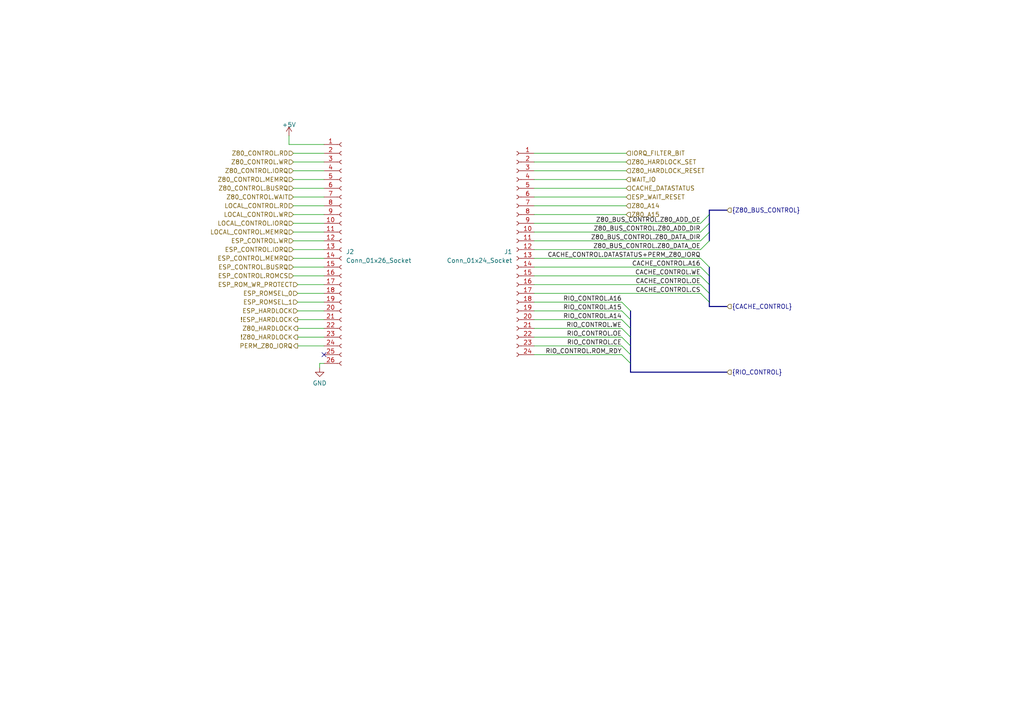
<source format=kicad_sch>
(kicad_sch (version 20230121) (generator eeschema)
  (paper "A4")
  (lib_symbols
    (symbol "Connector:Conn_01x24_Socket" (pin_names (offset 1.016) hide)
      (property "Reference" "J" (at 0 30.48 0))
      (property "Value" "Conn_01x24_Socket" (at 0 -33.02 0))
      (symbol "Conn_01x24_Socket_1_1"
        (arc (start 0 -29.972) (mid -0.5058 -30.48) (end 0 -30.988) (stroke (width 0.1524)))
        (arc (start 0 -27.432) (mid -0.5058 -27.94) (end 0 -28.448) (stroke (width 0.1524)))
        (arc (start 0 -24.892) (mid -0.5058 -25.4) (end 0 -25.908) (stroke (width 0.1524)))
        (arc (start 0 -22.352) (mid -0.5058 -22.86) (end 0 -23.368) (stroke (width 0.1524)))
        (arc (start 0 -19.812) (mid -0.5058 -20.32) (end 0 -20.828) (stroke (width 0.1524)))
        (arc (start 0 -17.272) (mid -0.5058 -17.78) (end 0 -18.288) (stroke (width 0.1524)))
        (arc (start 0 -14.732) (mid -0.5058 -15.24) (end 0 -15.748) (stroke (width 0.1524)))
        (arc (start 0 -12.192) (mid -0.5058 -12.7) (end 0 -13.208) (stroke (width 0.1524)))
        (arc (start 0 -9.652) (mid -0.5058 -10.16) (end 0 -10.668) (stroke (width 0.1524)))
        (arc (start 0 -7.112) (mid -0.5058 -7.62) (end 0 -8.128) (stroke (width 0.1524)))
        (arc (start 0 -4.572) (mid -0.5058 -5.08) (end 0 -5.588) (stroke (width 0.1524)))
        (arc (start 0 -2.032) (mid -0.5058 -2.54) (end 0 -3.048) (stroke (width 0.1524)))
        (polyline (pts (xy -1.27 -30.48) (xy -0.508 -30.48)) (stroke (width 0.1524)))
        (polyline (pts (xy -1.27 -27.94) (xy -0.508 -27.94)) (stroke (width 0.1524)))
        (polyline (pts (xy -1.27 -25.4) (xy -0.508 -25.4)) (stroke (width 0.1524)))
        (polyline (pts (xy -1.27 -22.86) (xy -0.508 -22.86)) (stroke (width 0.1524)))
        (polyline (pts (xy -1.27 -20.32) (xy -0.508 -20.32)) (stroke (width 0.1524)))
        (polyline (pts (xy -1.27 -17.78) (xy -0.508 -17.78)) (stroke (width 0.1524)))
        (polyline (pts (xy -1.27 -15.24) (xy -0.508 -15.24)) (stroke (width 0.1524)))
        (polyline (pts (xy -1.27 -12.7) (xy -0.508 -12.7)) (stroke (width 0.1524)))
        (polyline (pts (xy -1.27 -10.16) (xy -0.508 -10.16)) (stroke (width 0.1524)))
        (polyline (pts (xy -1.27 -7.62) (xy -0.508 -7.62)) (stroke (width 0.1524)))
        (polyline (pts (xy -1.27 -5.08) (xy -0.508 -5.08)) (stroke (width 0.1524)))
        (polyline (pts (xy -1.27 -2.54) (xy -0.508 -2.54)) (stroke (width 0.1524)))
        (polyline (pts (xy -1.27 0) (xy -0.508 0)) (stroke (width 0.1524)))
        (polyline (pts (xy -1.27 2.54) (xy -0.508 2.54)) (stroke (width 0.1524)))
        (polyline (pts (xy -1.27 5.08) (xy -0.508 5.08)) (stroke (width 0.1524)))
        (polyline (pts (xy -1.27 7.62) (xy -0.508 7.62)) (stroke (width 0.1524)))
        (polyline (pts (xy -1.27 10.16) (xy -0.508 10.16)) (stroke (width 0.1524)))
        (polyline (pts (xy -1.27 12.7) (xy -0.508 12.7)) (stroke (width 0.1524)))
        (polyline (pts (xy -1.27 15.24) (xy -0.508 15.24)) (stroke (width 0.1524)))
        (polyline (pts (xy -1.27 17.78) (xy -0.508 17.78)) (stroke (width 0.1524)))
        (polyline (pts (xy -1.27 20.32) (xy -0.508 20.32)) (stroke (width 0.1524)))
        (polyline (pts (xy -1.27 22.86) (xy -0.508 22.86)) (stroke (width 0.1524)))
        (polyline (pts (xy -1.27 25.4) (xy -0.508 25.4)) (stroke (width 0.1524)))
        (polyline (pts (xy -1.27 27.94) (xy -0.508 27.94)) (stroke (width 0.1524)))
        (arc (start 0 0.508) (mid -0.5058 0) (end 0 -0.508) (stroke (width 0.1524)))
        (arc (start 0 3.048) (mid -0.5058 2.54) (end 0 2.032) (stroke (width 0.1524)))
        (arc (start 0 5.588) (mid -0.5058 5.08) (end 0 4.572) (stroke (width 0.1524)))
        (arc (start 0 8.128) (mid -0.5058 7.62) (end 0 7.112) (stroke (width 0.1524)))
        (arc (start 0 10.668) (mid -0.5058 10.16) (end 0 9.652) (stroke (width 0.1524)))
        (arc (start 0 13.208) (mid -0.5058 12.7) (end 0 12.192) (stroke (width 0.1524)))
        (arc (start 0 15.748) (mid -0.5058 15.24) (end 0 14.732) (stroke (width 0.1524)))
        (arc (start 0 18.288) (mid -0.5058 17.78) (end 0 17.272) (stroke (width 0.1524)))
        (arc (start 0 20.828) (mid -0.5058 20.32) (end 0 19.812) (stroke (width 0.1524)))
        (arc (start 0 23.368) (mid -0.5058 22.86) (end 0 22.352) (stroke (width 0.1524)))
        (arc (start 0 25.908) (mid -0.5058 25.4) (end 0 24.892) (stroke (width 0.1524)))
        (arc (start 0 28.448) (mid -0.5058 27.94) (end 0 27.432) (stroke (width 0.1524)))
        (pin passive line (at -5.08 27.94 0) (length 3.81) (name "Pin_1") (number "1"))
        (pin passive line (at -5.08 5.08 0) (length 3.81) (name "Pin_10") (number "10"))
        (pin passive line (at -5.08 2.54 0) (length 3.81) (name "Pin_11") (number "11"))
        (pin passive line (at -5.08 0 0) (length 3.81) (name "Pin_12") (number "12"))
        (pin passive line (at -5.08 -2.54 0) (length 3.81) (name "Pin_13") (number "13"))
        (pin passive line (at -5.08 -5.08 0) (length 3.81) (name "Pin_14") (number "14"))
        (pin passive line (at -5.08 -7.62 0) (length 3.81) (name "Pin_15") (number "15"))
        (pin passive line (at -5.08 -10.16 0) (length 3.81) (name "Pin_16") (number "16"))
        (pin passive line (at -5.08 -12.7 0) (length 3.81) (name "Pin_17") (number "17"))
        (pin passive line (at -5.08 -15.24 0) (length 3.81) (name "Pin_18") (number "18"))
        (pin passive line (at -5.08 -17.78 0) (length 3.81) (name "Pin_19") (number "19"))
        (pin passive line (at -5.08 25.4 0) (length 3.81) (name "Pin_2") (number "2"))
        (pin passive line (at -5.08 -20.32 0) (length 3.81) (name "Pin_20") (number "20"))
        (pin passive line (at -5.08 -22.86 0) (length 3.81) (name "Pin_21") (number "21"))
        (pin passive line (at -5.08 -25.4 0) (length 3.81) (name "Pin_22") (number "22"))
        (pin passive line (at -5.08 -27.94 0) (length 3.81) (name "Pin_23") (number "23"))
        (pin passive line (at -5.08 -30.48 0) (length 3.81) (name "Pin_24") (number "24"))
        (pin passive line (at -5.08 22.86 0) (length 3.81) (name "Pin_3") (number "3"))
        (pin passive line (at -5.08 20.32 0) (length 3.81) (name "Pin_4") (number "4"))
        (pin passive line (at -5.08 17.78 0) (length 3.81) (name "Pin_5") (number "5"))
        (pin passive line (at -5.08 15.24 0) (length 3.81) (name "Pin_6") (number "6"))
        (pin passive line (at -5.08 12.7 0) (length 3.81) (name "Pin_7") (number "7"))
        (pin passive line (at -5.08 10.16 0) (length 3.81) (name "Pin_8") (number "8"))
        (pin passive line (at -5.08 7.62 0) (length 3.81) (name "Pin_9") (number "9"))
      )
    )
    (symbol "Connector:Conn_01x26_Socket" (pin_names (offset 1.016) hide)
      (property "Reference" "J" (at 0 33.02 0))
      (property "Value" "Conn_01x26_Socket" (at 0 -35.56 0))
      (symbol "Conn_01x26_Socket_1_1"
        (arc (start 0 -32.512) (mid -0.5058 -33.02) (end 0 -33.528) (stroke (width 0.1524)))
        (arc (start 0 -29.972) (mid -0.5058 -30.48) (end 0 -30.988) (stroke (width 0.1524)))
        (arc (start 0 -27.432) (mid -0.5058 -27.94) (end 0 -28.448) (stroke (width 0.1524)))
        (arc (start 0 -24.892) (mid -0.5058 -25.4) (end 0 -25.908) (stroke (width 0.1524)))
        (arc (start 0 -22.352) (mid -0.5058 -22.86) (end 0 -23.368) (stroke (width 0.1524)))
        (arc (start 0 -19.812) (mid -0.5058 -20.32) (end 0 -20.828) (stroke (width 0.1524)))
        (arc (start 0 -17.272) (mid -0.5058 -17.78) (end 0 -18.288) (stroke (width 0.1524)))
        (arc (start 0 -14.732) (mid -0.5058 -15.24) (end 0 -15.748) (stroke (width 0.1524)))
        (arc (start 0 -12.192) (mid -0.5058 -12.7) (end 0 -13.208) (stroke (width 0.1524)))
        (arc (start 0 -9.652) (mid -0.5058 -10.16) (end 0 -10.668) (stroke (width 0.1524)))
        (arc (start 0 -7.112) (mid -0.5058 -7.62) (end 0 -8.128) (stroke (width 0.1524)))
        (arc (start 0 -4.572) (mid -0.5058 -5.08) (end 0 -5.588) (stroke (width 0.1524)))
        (arc (start 0 -2.032) (mid -0.5058 -2.54) (end 0 -3.048) (stroke (width 0.1524)))
        (polyline (pts (xy -1.27 -33.02) (xy -0.508 -33.02)) (stroke (width 0.1524)))
        (polyline (pts (xy -1.27 -30.48) (xy -0.508 -30.48)) (stroke (width 0.1524)))
        (polyline (pts (xy -1.27 -27.94) (xy -0.508 -27.94)) (stroke (width 0.1524)))
        (polyline (pts (xy -1.27 -25.4) (xy -0.508 -25.4)) (stroke (width 0.1524)))
        (polyline (pts (xy -1.27 -22.86) (xy -0.508 -22.86)) (stroke (width 0.1524)))
        (polyline (pts (xy -1.27 -20.32) (xy -0.508 -20.32)) (stroke (width 0.1524)))
        (polyline (pts (xy -1.27 -17.78) (xy -0.508 -17.78)) (stroke (width 0.1524)))
        (polyline (pts (xy -1.27 -15.24) (xy -0.508 -15.24)) (stroke (width 0.1524)))
        (polyline (pts (xy -1.27 -12.7) (xy -0.508 -12.7)) (stroke (width 0.1524)))
        (polyline (pts (xy -1.27 -10.16) (xy -0.508 -10.16)) (stroke (width 0.1524)))
        (polyline (pts (xy -1.27 -7.62) (xy -0.508 -7.62)) (stroke (width 0.1524)))
        (polyline (pts (xy -1.27 -5.08) (xy -0.508 -5.08)) (stroke (width 0.1524)))
        (polyline (pts (xy -1.27 -2.54) (xy -0.508 -2.54)) (stroke (width 0.1524)))
        (polyline (pts (xy -1.27 0) (xy -0.508 0)) (stroke (width 0.1524)))
        (polyline (pts (xy -1.27 2.54) (xy -0.508 2.54)) (stroke (width 0.1524)))
        (polyline (pts (xy -1.27 5.08) (xy -0.508 5.08)) (stroke (width 0.1524)))
        (polyline (pts (xy -1.27 7.62) (xy -0.508 7.62)) (stroke (width 0.1524)))
        (polyline (pts (xy -1.27 10.16) (xy -0.508 10.16)) (stroke (width 0.1524)))
        (polyline (pts (xy -1.27 12.7) (xy -0.508 12.7)) (stroke (width 0.1524)))
        (polyline (pts (xy -1.27 15.24) (xy -0.508 15.24)) (stroke (width 0.1524)))
        (polyline (pts (xy -1.27 17.78) (xy -0.508 17.78)) (stroke (width 0.1524)))
        (polyline (pts (xy -1.27 20.32) (xy -0.508 20.32)) (stroke (width 0.1524)))
        (polyline (pts (xy -1.27 22.86) (xy -0.508 22.86)) (stroke (width 0.1524)))
        (polyline (pts (xy -1.27 25.4) (xy -0.508 25.4)) (stroke (width 0.1524)))
        (polyline (pts (xy -1.27 27.94) (xy -0.508 27.94)) (stroke (width 0.1524)))
        (polyline (pts (xy -1.27 30.48) (xy -0.508 30.48)) (stroke (width 0.1524)))
        (arc (start 0 0.508) (mid -0.5058 0) (end 0 -0.508) (stroke (width 0.1524)))
        (arc (start 0 3.048) (mid -0.5058 2.54) (end 0 2.032) (stroke (width 0.1524)))
        (arc (start 0 5.588) (mid -0.5058 5.08) (end 0 4.572) (stroke (width 0.1524)))
        (arc (start 0 8.128) (mid -0.5058 7.62) (end 0 7.112) (stroke (width 0.1524)))
        (arc (start 0 10.668) (mid -0.5058 10.16) (end 0 9.652) (stroke (width 0.1524)))
        (arc (start 0 13.208) (mid -0.5058 12.7) (end 0 12.192) (stroke (width 0.1524)))
        (arc (start 0 15.748) (mid -0.5058 15.24) (end 0 14.732) (stroke (width 0.1524)))
        (arc (start 0 18.288) (mid -0.5058 17.78) (end 0 17.272) (stroke (width 0.1524)))
        (arc (start 0 20.828) (mid -0.5058 20.32) (end 0 19.812) (stroke (width 0.1524)))
        (arc (start 0 23.368) (mid -0.5058 22.86) (end 0 22.352) (stroke (width 0.1524)))
        (arc (start 0 25.908) (mid -0.5058 25.4) (end 0 24.892) (stroke (width 0.1524)))
        (arc (start 0 28.448) (mid -0.5058 27.94) (end 0 27.432) (stroke (width 0.1524)))
        (arc (start 0 30.988) (mid -0.5058 30.48) (end 0 29.972) (stroke (width 0.1524)))
        (pin passive line (at -5.08 30.48 0) (length 3.81) (name "Pin_1") (number "1"))
        (pin passive line (at -5.08 7.62 0) (length 3.81) (name "Pin_10") (number "10"))
        (pin passive line (at -5.08 5.08 0) (length 3.81) (name "Pin_11") (number "11"))
        (pin passive line (at -5.08 2.54 0) (length 3.81) (name "Pin_12") (number "12"))
        (pin passive line (at -5.08 0 0) (length 3.81) (name "Pin_13") (number "13"))
        (pin passive line (at -5.08 -2.54 0) (length 3.81) (name "Pin_14") (number "14"))
        (pin passive line (at -5.08 -5.08 0) (length 3.81) (name "Pin_15") (number "15"))
        (pin passive line (at -5.08 -7.62 0) (length 3.81) (name "Pin_16") (number "16"))
        (pin passive line (at -5.08 -10.16 0) (length 3.81) (name "Pin_17") (number "17"))
        (pin passive line (at -5.08 -12.7 0) (length 3.81) (name "Pin_18") (number "18"))
        (pin passive line (at -5.08 -15.24 0) (length 3.81) (name "Pin_19") (number "19"))
        (pin passive line (at -5.08 27.94 0) (length 3.81) (name "Pin_2") (number "2"))
        (pin passive line (at -5.08 -17.78 0) (length 3.81) (name "Pin_20") (number "20"))
        (pin passive line (at -5.08 -20.32 0) (length 3.81) (name "Pin_21") (number "21"))
        (pin passive line (at -5.08 -22.86 0) (length 3.81) (name "Pin_22") (number "22"))
        (pin passive line (at -5.08 -25.4 0) (length 3.81) (name "Pin_23") (number "23"))
        (pin passive line (at -5.08 -27.94 0) (length 3.81) (name "Pin_24") (number "24"))
        (pin passive line (at -5.08 -30.48 0) (length 3.81) (name "Pin_25") (number "25"))
        (pin passive line (at -5.08 -33.02 0) (length 3.81) (name "Pin_26") (number "26"))
        (pin passive line (at -5.08 25.4 0) (length 3.81) (name "Pin_3") (number "3"))
        (pin passive line (at -5.08 22.86 0) (length 3.81) (name "Pin_4") (number "4"))
        (pin passive line (at -5.08 20.32 0) (length 3.81) (name "Pin_5") (number "5"))
        (pin passive line (at -5.08 17.78 0) (length 3.81) (name "Pin_6") (number "6"))
        (pin passive line (at -5.08 15.24 0) (length 3.81) (name "Pin_7") (number "7"))
        (pin passive line (at -5.08 12.7 0) (length 3.81) (name "Pin_8") (number "8"))
        (pin passive line (at -5.08 10.16 0) (length 3.81) (name "Pin_9") (number "9"))
      )
    )
    (symbol "power:+5V" (power) (pin_names (offset 0))
      (property "Value" "+5V" (at 0 3.556 0))
      (symbol "+5V_0_1"
        (polyline (pts (xy -0.762 1.27) (xy 0 2.54)))
        (polyline (pts (xy 0 0) (xy 0 2.54)))
        (polyline (pts (xy 0 2.54) (xy 0.762 1.27)))
      )
      (symbol "+5V_1_1"
        (pin power_in line (at 0 0 90) (length 0) hide (name "+5V") (number "1"))
      )
    )
    (symbol "power:GND" (power) (pin_names (offset 0))
      (property "Value" "GND" (at 0 -3.81 0))
      (symbol "GND_0_1"
        (polyline (pts (xy 0 0) (xy 0 -1.27) (xy 1.27 -1.27) (xy 0 -2.54) (xy -1.27 -1.27) (xy 0 -1.27)))
      )
      (symbol "GND_1_1"
        (pin power_in line (at 0 0 270) (length 0) hide (name "GND") (number "1"))
      )
    )
  )
  (bus_alias "CACHE_CONTROL" (members "CACHE_CONTROL.A16" "CACHE_CONTROL.WE" "CACHE_CONTROL.OE" "CACHE_CONTROL.CS" "CACHE_CONTROL.DATASTATUS+PERM_Z80_IORQ"))
  (bus_alias "RIO_CONTROL" (members "RIO_CONTROL.A16" "RIO_CONTROL.A15" "RIO_CONTROL.A14" "RIO_CONTROL.WE" "RIO_CONTROL.CE" "RIO_CONTROL.OE" "RIO_CONTROL.ROM_RDY"))
  (no_connect (at 93.98 102.87))
  (bus_entry (at 180.34 102.87) (size 2.54 2.54))
  (bus_entry (at 180.34 100.33) (size 2.54 2.54))
  (bus_entry (at 205.74 64.77) (size -2.54 2.54))
  (bus_entry (at 203.2 82.55) (size 2.54 2.54))
  (bus_entry (at 203.2 85.09) (size 2.54 2.54))
  (bus_entry (at 203.2 74.93) (size 2.54 2.54))
  (bus_entry (at 203.2 77.47) (size 2.54 2.54))
  (bus_entry (at 203.2 80.01) (size 2.54 2.54))
  (bus_entry (at 180.34 90.17) (size 2.54 2.54))
  (bus_entry (at 180.34 95.25) (size 2.54 2.54))
  (bus_entry (at 205.74 69.85) (size -2.54 2.54))
  (bus_entry (at 205.74 62.23) (size -2.54 2.54))
  (bus_entry (at 180.34 92.71) (size 2.54 2.54))
  (bus_entry (at 180.34 97.79) (size 2.54 2.54))
  (bus_entry (at 180.34 87.63) (size 2.54 2.54))
  (bus_entry (at 205.74 67.31) (size -2.54 2.54))
  (wire (pts (xy 92.71 105.41) (xy 93.98 105.41)))
  (wire (pts (xy 154.94 90.17) (xy 180.34 90.17)))
  (bus (pts (xy 182.88 100.33) (xy 182.88 102.87)))
  (wire (pts (xy 154.94 92.71) (xy 180.34 92.71)))
  (wire (pts (xy 154.94 59.69) (xy 181.61 59.69)))
  (wire (pts (xy 93.98 54.61) (xy 85.09 54.61)))
  (wire (pts (xy 93.98 90.17) (xy 86.36 90.17)))
  (wire (pts (xy 180.34 97.79) (xy 154.94 97.79)))
  (wire (pts (xy 154.94 46.99) (xy 181.61 46.99)))
  (bus (pts (xy 205.74 80.01) (xy 205.74 82.55)))
  (bus (pts (xy 205.74 62.23) (xy 205.74 64.77)))
  (wire (pts (xy 85.09 49.53) (xy 93.98 49.53)))
  (wire (pts (xy 203.2 69.85) (xy 154.94 69.85)))
  (bus (pts (xy 205.74 87.63) (xy 205.74 88.9)))
  (wire (pts (xy 180.34 102.87) (xy 154.94 102.87)))
  (wire (pts (xy 203.2 72.39) (xy 154.94 72.39)))
  (wire (pts (xy 203.2 82.55) (xy 154.94 82.55)))
  (bus (pts (xy 182.88 102.87) (xy 182.88 105.41)))
  (wire (pts (xy 93.98 57.15) (xy 85.09 57.15)))
  (wire (pts (xy 203.2 85.09) (xy 154.94 85.09)))
  (wire (pts (xy 93.98 69.85) (xy 85.09 69.85)))
  (bus (pts (xy 182.88 107.95) (xy 182.88 105.41)))
  (wire (pts (xy 154.94 44.45) (xy 181.61 44.45)))
  (wire (pts (xy 93.98 46.99) (xy 85.09 46.99)))
  (wire (pts (xy 154.94 95.25) (xy 180.34 95.25)))
  (wire (pts (xy 181.61 54.61) (xy 154.94 54.61)))
  (wire (pts (xy 93.98 100.33) (xy 86.36 100.33)))
  (wire (pts (xy 93.98 52.07) (xy 85.09 52.07)))
  (wire (pts (xy 93.98 59.69) (xy 85.09 59.69)))
  (wire (pts (xy 93.98 72.39) (xy 85.09 72.39)))
  (bus (pts (xy 182.88 92.71) (xy 182.88 90.17)))
  (bus (pts (xy 205.74 88.9) (xy 210.82 88.9)))
  (bus (pts (xy 205.74 82.55) (xy 205.74 85.09)))
  (wire (pts (xy 86.36 87.63) (xy 93.98 87.63)))
  (wire (pts (xy 154.94 49.53) (xy 181.61 49.53)))
  (bus (pts (xy 205.74 67.31) (xy 205.74 69.85)))
  (wire (pts (xy 93.98 97.79) (xy 86.36 97.79)))
  (bus (pts (xy 205.74 85.09) (xy 205.74 87.63)))
  (wire (pts (xy 86.36 95.25) (xy 93.98 95.25)))
  (wire (pts (xy 93.98 82.55) (xy 86.36 82.55)))
  (bus (pts (xy 210.82 107.95) (xy 182.88 107.95)))
  (wire (pts (xy 93.98 92.71) (xy 86.36 92.71)))
  (wire (pts (xy 203.2 67.31) (xy 154.94 67.31)))
  (bus (pts (xy 210.82 60.96) (xy 205.74 60.96)))
  (wire (pts (xy 93.98 77.47) (xy 85.09 77.47)))
  (wire (pts (xy 154.94 62.23) (xy 181.61 62.23)))
  (bus (pts (xy 182.88 97.79) (xy 182.88 100.33)))
  (wire (pts (xy 154.94 87.63) (xy 180.34 87.63)))
  (wire (pts (xy 83.82 41.91) (xy 93.98 41.91)))
  (wire (pts (xy 203.2 77.47) (xy 154.94 77.47)))
  (wire (pts (xy 93.98 85.09) (xy 86.36 85.09)))
  (wire (pts (xy 93.98 67.31) (xy 85.09 67.31)))
  (bus (pts (xy 205.74 77.47) (xy 205.74 80.01)))
  (wire (pts (xy 203.2 74.93) (xy 154.94 74.93)))
  (bus (pts (xy 182.88 95.25) (xy 182.88 92.71)))
  (bus (pts (xy 182.88 97.79) (xy 182.88 95.25)))
  (bus (pts (xy 205.74 60.96) (xy 205.74 62.23)))
  (wire (pts (xy 92.71 106.68) (xy 92.71 105.41)))
  (wire (pts (xy 93.98 64.77) (xy 85.09 64.77)))
  (wire (pts (xy 93.98 44.45) (xy 85.09 44.45)))
  (wire (pts (xy 93.98 62.23) (xy 85.09 62.23)))
  (wire (pts (xy 203.2 80.01) (xy 154.94 80.01)))
  (wire (pts (xy 203.2 64.77) (xy 154.94 64.77)))
  (bus (pts (xy 205.74 64.77) (xy 205.74 67.31)))
  (wire (pts (xy 83.82 39.37) (xy 83.82 41.91)))
  (wire (pts (xy 154.94 52.07) (xy 181.61 52.07)))
  (wire (pts (xy 93.98 74.93) (xy 85.09 74.93)))
  (wire (pts (xy 93.98 80.01) (xy 85.09 80.01)))
  (wire (pts (xy 180.34 100.33) (xy 154.94 100.33)))
  (wire (pts (xy 154.94 57.15) (xy 181.61 57.15)))
  (label "CACHE_CONTROL.WE" (at 203.2 80.01 180))
  (label "RIO_CONTROL.WE" (at 180.34 95.25 180))
  (label "RIO_CONTROL.A16" (at 180.34 87.63 180))
  (label "Z80_BUS_CONTROL.Z80_ADD_OE" (at 203.2 64.77 180))
  (label "Z80_BUS_CONTROL.Z80_ADD_DIR" (at 203.2 67.31 180))
  (label "CACHE_CONTROL.DATASTATUS+PERM_Z80_IORQ" (at 203.2 74.93 180))
  (label "Z80_BUS_CONTROL.Z80_DATA_DIR" (at 203.2 69.85 180))
  (label "RIO_CONTROL.A14" (at 180.34 92.71 180))
  (label "RIO_CONTROL.A15" (at 180.34 90.17 180))
  (label "CACHE_CONTROL.OE" (at 203.2 82.55 180))
  (label "RIO_CONTROL.OE" (at 180.34 97.79 180))
  (label "RIO_CONTROL.CE" (at 180.34 100.33 180))
  (label "CACHE_CONTROL.A16" (at 203.2 77.47 180))
  (label "RIO_CONTROL.ROM_RDY" (at 180.34 102.87 180))
  (label "Z80_BUS_CONTROL.Z80_DATA_OE" (at 203.2 72.39 180))
  (label "CACHE_CONTROL.CS" (at 203.2 85.09 180))
  (hierarchical_label "ESP_CONTROL.WR" (shape input) (at 85.09 69.85 180))
  (hierarchical_label "{CACHE_CONTROL}" (shape input) (at 210.82 88.9 0))
  (hierarchical_label "{RIO_CONTROL}" (shape input) (at 210.82 107.95 0))
  (hierarchical_label "Z80_CONTROL.IORQ" (shape input) (at 85.09 49.53 180))
  (hierarchical_label "Z80_CONTROL.MEMRQ" (shape input) (at 85.09 52.07 180))
  (hierarchical_label "{Z80_BUS_CONTROL}" (shape input) (at 210.82 60.96 0))
  (hierarchical_label "Z80_CONTROL.BUSRQ" (shape input) (at 85.09 54.61 180))
  (hierarchical_label "ESP_WAIT_RESET" (shape input) (at 181.61 57.15 0))
  (hierarchical_label "Z80_CONTROL.WR" (shape input) (at 85.09 46.99 180))
  (hierarchical_label "Z80_HARDLOCK" (shape output) (at 86.36 95.25 180))
  (hierarchical_label "!Z80_HARDLOCK" (shape output) (at 86.36 97.79 180))
  (hierarchical_label "LOCAL_CONTROL.IORQ" (shape input) (at 85.09 64.77 180))
  (hierarchical_label "LOCAL_CONTROL.WR" (shape input) (at 85.09 62.23 180))
  (hierarchical_label "ESP_CONTROL.IORQ" (shape input) (at 85.09 72.39 180))
  (hierarchical_label "Z80_HARDLOCK_SET" (shape input) (at 181.61 46.99 0))
  (hierarchical_label "ESP_ROM_WR_PROTECT" (shape input) (at 86.36 82.55 180))
  (hierarchical_label "Z80_CONTROL.RD" (shape input) (at 85.09 44.45 180))
  (hierarchical_label "ESP_ROMSEL_0" (shape input) (at 86.36 85.09 180))
  (hierarchical_label "!ESP_HARDLOCK" (shape output) (at 86.36 92.71 180))
  (hierarchical_label "ESP_CONTROL.BUSRQ" (shape input) (at 85.09 77.47 180))
  (hierarchical_label "ESP_HARDLOCK" (shape input) (at 86.36 90.17 180))
  (hierarchical_label "Z80_HARDLOCK_RESET" (shape input) (at 181.61 49.53 0))
  (hierarchical_label "LOCAL_CONTROL.MEMRQ" (shape input) (at 85.09 67.31 180))
  (hierarchical_label "WAIT_IO" (shape input) (at 181.61 52.07 0))
  (hierarchical_label "Z80_A15" (shape input) (at 181.61 62.23 0))
  (hierarchical_label "CACHE_DATASTATUS" (shape input) (at 181.61 54.61 0))
  (hierarchical_label "IORQ_FILTER_BIT" (shape input) (at 181.61 44.45 0))
  (hierarchical_label "ESP_CONTROL.ROMCS" (shape input) (at 85.09 80.01 180))
  (hierarchical_label "Z80_A14" (shape input) (at 181.61 59.69 0))
  (hierarchical_label "Z80_CONTROL.WAIT" (shape input) (at 85.09 57.15 180))
  (hierarchical_label "ESP_CONTROL.MEMRQ" (shape input) (at 85.09 74.93 180))
  (hierarchical_label "LOCAL_CONTROL.RD" (shape input) (at 85.09 59.69 180))
  (hierarchical_label "ESP_ROMSEL_1" (shape input) (at 86.36 87.63 180))
  (hierarchical_label "PERM_Z80_IORQ" (shape output) (at 86.36 100.33 180))
  (symbol (lib_id "Connector:Conn_01x26_Socket") (at 99.06 72.39 0) (unit 1)
    (property "Reference" "J2" (at 100.33 73.025 0) (effects (justify left)))
    (property "Value" "Conn_01x26_Socket" (at 100.33 75.565 0) (effects (justify left)))
    (property "Footprint" "Connector_PinSocket_2.54mm:PinSocket_1x26_P2.54mm_Vertical" (effects hide))
  )
  (symbol (lib_id "power:GND") (at 92.71 106.68 0) (unit 1)
    (property "Reference" "#PWR0101" (effects hide))
    (property "Value" "GND" (at 92.71 111.125 0))
  )
  (symbol (lib_id "power:+5V") (at 83.82 39.37 0) (mirror y) (unit 1)
    (property "Reference" "#PWR0102" (effects hide))
    (property "Value" "+5V" (at 83.82 36.195 0))
  )
  (symbol (lib_id "Connector:Conn_01x24_Socket") (at 149.86 72.39 0) (mirror y) (unit 1)
    (property "Reference" "J1" (at 148.59 73.025 0) (effects (justify left)))
    (property "Value" "Conn_01x24_Socket" (at 148.59 75.565 0) (effects (justify left)))
    (property "Footprint" "Connector_PinSocket_2.54mm:PinSocket_1x24_P2.54mm_Vertical" (effects hide))
  )
)
</source>
